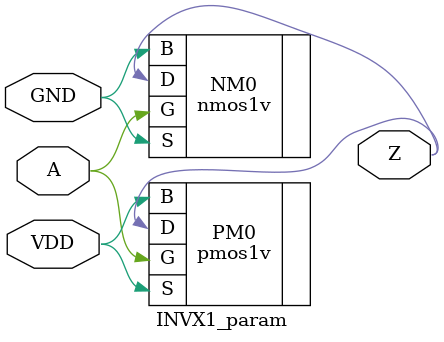
<source format=v>

module INVX1_param (
VDD,A,GND,Z );
input  VDD;
input  A;
input  GND;
output  Z;
wire VDD;
wire Z;
wire A;
wire GND;

nmos1v    
 NM0  ( .S( GND ), .G( A ), .B( GND ), .D( Z ) );

pmos1v    
 PM0  ( .S( VDD ), .G( A ), .B( VDD ), .D( Z ) );

endmodule


</source>
